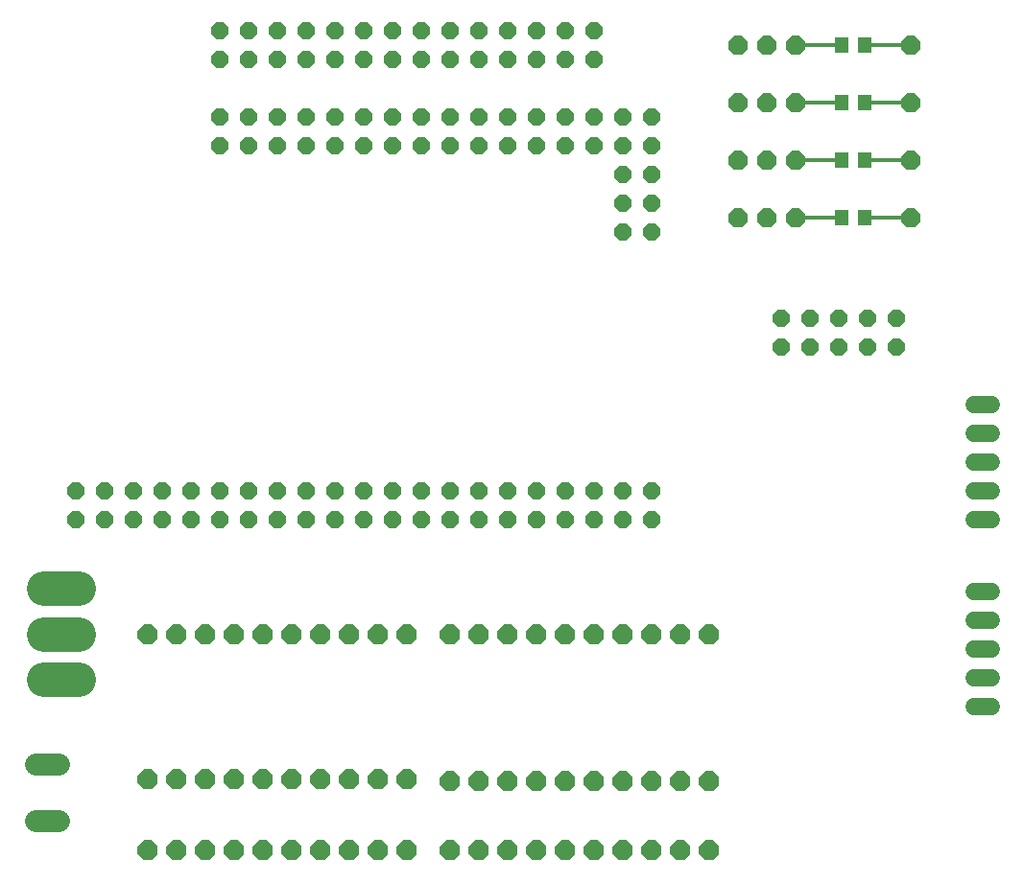
<source format=gbr>
G04 EAGLE Gerber RS-274X export*
G75*
%MOMM*%
%FSLAX34Y34*%
%LPD*%
%INTop Copper*%
%IPPOS*%
%AMOC8*
5,1,8,0,0,1.08239X$1,22.5*%
G01*
%ADD10C,1.524000*%
%ADD11P,1.814519X8X22.500000*%
%ADD12P,1.924489X8X112.500000*%
%ADD13C,0.304800*%
%ADD14R,1.200000X1.400000*%
%ADD15C,3.009900*%
%ADD16P,1.632244X8X22.500000*%
%ADD17P,1.649562X8X22.500000*%
%ADD18C,1.981200*%


D10*
X855980Y330200D02*
X871220Y330200D01*
X871220Y304800D02*
X855980Y304800D01*
X855980Y279400D02*
X871220Y279400D01*
X871220Y254000D02*
X855980Y254000D01*
X855980Y228600D02*
X871220Y228600D01*
X871220Y393700D02*
X855980Y393700D01*
X855980Y419100D02*
X871220Y419100D01*
X871220Y444500D02*
X855980Y444500D01*
X855980Y469900D02*
X871220Y469900D01*
X871220Y495300D02*
X855980Y495300D01*
D11*
X647700Y812800D03*
X673100Y812800D03*
X647700Y762000D03*
X673100Y762000D03*
X647700Y711200D03*
X673100Y711200D03*
X647700Y660400D03*
X673100Y660400D03*
D12*
X127000Y163830D03*
X152400Y163830D03*
X177800Y163830D03*
X203200Y163830D03*
X228600Y163830D03*
X254000Y163830D03*
X279400Y163830D03*
X304800Y163830D03*
X330200Y163830D03*
X355600Y163830D03*
X127000Y292100D03*
X152400Y292100D03*
X177800Y292100D03*
X203200Y292100D03*
X228600Y292100D03*
X254000Y292100D03*
X279400Y292100D03*
X304800Y292100D03*
X330200Y292100D03*
X355600Y292100D03*
D13*
X704300Y812800D02*
X738300Y812800D01*
X759300Y812800D02*
X800300Y812800D01*
D11*
X698500Y812800D03*
X800100Y812800D03*
D14*
X739046Y812800D03*
X759554Y812800D03*
D13*
X738300Y762000D02*
X704300Y762000D01*
X759300Y762000D02*
X800300Y762000D01*
D11*
X698500Y762000D03*
X800100Y762000D03*
D14*
X739046Y762000D03*
X759554Y762000D03*
D13*
X738300Y711200D02*
X704300Y711200D01*
X759300Y711200D02*
X800300Y711200D01*
D11*
X698500Y711200D03*
X800100Y711200D03*
D14*
X739046Y711200D03*
X759554Y711200D03*
D13*
X738300Y660400D02*
X704300Y660400D01*
X759300Y660400D02*
X800300Y660400D01*
D11*
X698500Y660400D03*
X800100Y660400D03*
D14*
X739046Y660400D03*
X759554Y660400D03*
D15*
X65850Y251968D02*
X35751Y251968D01*
X35751Y292100D02*
X65850Y292100D01*
X65850Y332232D02*
X35751Y332232D01*
D16*
X63500Y419100D03*
X88900Y419100D03*
X114300Y419100D03*
X139700Y419100D03*
X165100Y419100D03*
X190500Y419100D03*
X215900Y419100D03*
X241300Y419100D03*
X266700Y419100D03*
X292100Y419100D03*
X317500Y419100D03*
X342900Y419100D03*
X368300Y419100D03*
X393700Y419100D03*
X419100Y419100D03*
X444500Y419100D03*
X469900Y419100D03*
X495300Y419100D03*
X520700Y419100D03*
X546100Y419100D03*
X571500Y419100D03*
X63500Y393700D03*
X88900Y393700D03*
X114300Y393700D03*
X139700Y393700D03*
X165100Y393700D03*
X190500Y393700D03*
X215900Y393700D03*
X241300Y393700D03*
X266700Y393700D03*
X292100Y393700D03*
X317500Y393700D03*
X342900Y393700D03*
X368300Y393700D03*
X393700Y393700D03*
X419100Y393700D03*
X444500Y393700D03*
X469900Y393700D03*
X495300Y393700D03*
X520700Y393700D03*
X546100Y393700D03*
X571500Y393700D03*
X571500Y749300D03*
X571500Y723900D03*
X546100Y749300D03*
X546100Y723900D03*
X520700Y749300D03*
X520700Y723900D03*
X495300Y749300D03*
X495300Y723900D03*
X469900Y749300D03*
X469900Y723900D03*
X444500Y749300D03*
X444500Y723900D03*
X419100Y749300D03*
X419100Y723900D03*
X393700Y749300D03*
X393700Y723900D03*
X368300Y749300D03*
X368300Y723900D03*
X342900Y749300D03*
X342900Y723900D03*
X317500Y749300D03*
X317500Y723900D03*
X292100Y749300D03*
X292100Y723900D03*
X266700Y749300D03*
X266700Y723900D03*
X241300Y749300D03*
X241300Y723900D03*
X215900Y749300D03*
X215900Y723900D03*
X190500Y749300D03*
X190500Y723900D03*
X546100Y698500D03*
X571500Y698500D03*
X546100Y673100D03*
X546100Y647700D03*
X571500Y673100D03*
X571500Y647700D03*
D17*
X685800Y546100D03*
X711200Y546100D03*
X736600Y546100D03*
X762000Y546100D03*
X787400Y546100D03*
X685800Y571500D03*
X711200Y571500D03*
X736600Y571500D03*
X762000Y571500D03*
X787400Y571500D03*
D12*
X127000Y101600D03*
X152400Y101600D03*
X177800Y101600D03*
X203200Y101600D03*
X228600Y101600D03*
X254000Y101600D03*
X279400Y101600D03*
X304800Y101600D03*
X330200Y101600D03*
X355600Y101600D03*
X393700Y101600D03*
X419100Y101600D03*
X444500Y101600D03*
X469900Y101600D03*
X495300Y101600D03*
X520700Y101600D03*
X546100Y101600D03*
X571500Y101600D03*
X596900Y101600D03*
X622300Y101600D03*
X393700Y162560D03*
X419100Y162560D03*
X444500Y162560D03*
X469900Y162560D03*
X495300Y162560D03*
X520700Y162560D03*
X546100Y162560D03*
X571500Y162560D03*
X596900Y162560D03*
X622300Y162560D03*
X393700Y292100D03*
X419100Y292100D03*
X444500Y292100D03*
X469900Y292100D03*
X495300Y292100D03*
X520700Y292100D03*
X546100Y292100D03*
X571500Y292100D03*
X596900Y292100D03*
X622300Y292100D03*
D18*
X48006Y177546D02*
X28194Y177546D01*
X28194Y127508D02*
X48006Y127508D01*
D17*
X190500Y800100D03*
X190500Y825500D03*
X215900Y800100D03*
X215900Y825500D03*
X241300Y800100D03*
X241300Y825500D03*
X266700Y800100D03*
X266700Y825500D03*
X292100Y800100D03*
X292100Y825500D03*
X317500Y800100D03*
X317500Y825500D03*
X342900Y800100D03*
X342900Y825500D03*
X368300Y800100D03*
X368300Y825500D03*
X393700Y800100D03*
X393700Y825500D03*
X419100Y800100D03*
X419100Y825500D03*
X444500Y800100D03*
X444500Y825500D03*
X469900Y800100D03*
X469900Y825500D03*
X495300Y800100D03*
X495300Y825500D03*
X520700Y800100D03*
X520700Y825500D03*
M02*

</source>
